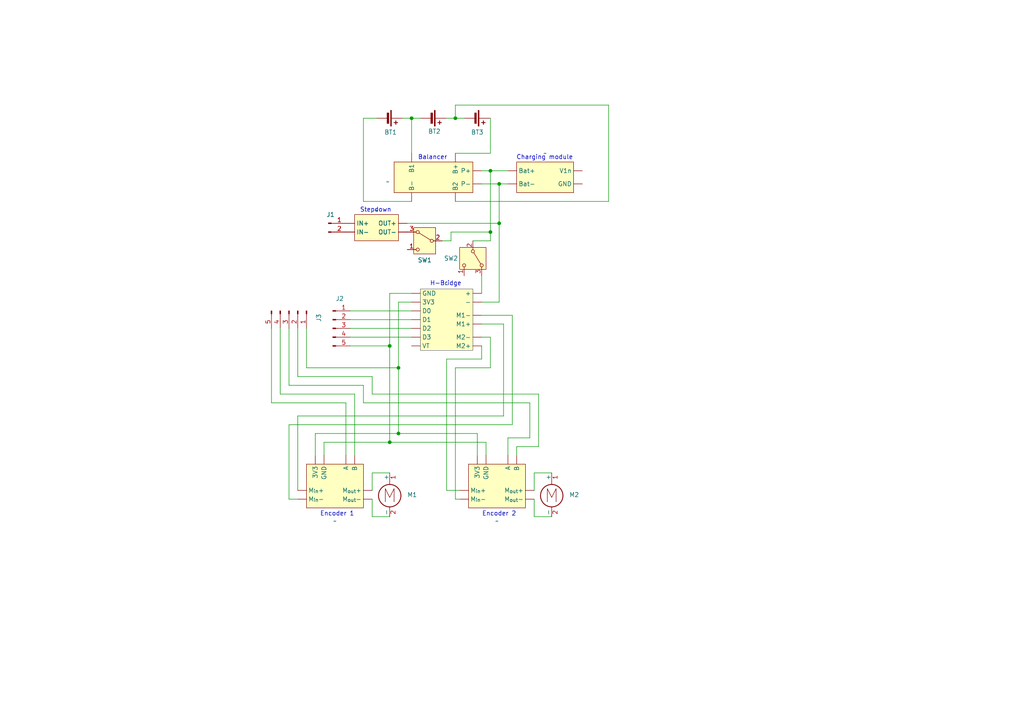
<source format=kicad_sch>
(kicad_sch (version 20250114) (generator "eeschema") (generator_version "9.0")
  (paper "A4")
  (lib_symbols
    (symbol "Connector:Conn_01x02_Pin" (pin_names (offset 1.016) (hide yes))
      (property "Reference" "J" (at 0 2.54 0))
      (property "Value" "Conn_01x02_Pin" (at 0 -5.08 0))
      (symbol "Conn_01x02_Pin_1_1"
        (rectangle (start 0.8636 0.127) (end 0 -0.127) (stroke (width 0.1524)) (fill (type outline)))
        (rectangle (start 0.8636 -2.413) (end 0 -2.667) (stroke (width 0.1524)) (fill (type outline)))
        (polyline (pts (xy 1.27 0) (xy 0.8636 0)) (stroke (width 0.1524)))
        (polyline (pts (xy 1.27 -2.54) (xy 0.8636 -2.54)) (stroke (width 0.1524)))
        (pin passive line (at 5.08 0 180) (length 3.81) (name "Pin_1") (number "1"))
        (pin passive line (at 5.08 -2.54 180) (length 3.81) (name "Pin_2") (number "2"))
      )
    )
    (symbol "Connector:Conn_01x05_Pin" (pin_names (offset 1.016) (hide yes))
      (property "Reference" "J" (at 0 7.62 0))
      (property "Value" "Conn_01x05_Pin" (at 0 -7.62 0))
      (symbol "Conn_01x05_Pin_1_1"
        (rectangle (start 0.8636 5.207) (end 0 4.953) (stroke (width 0.1524)) (fill (type outline)))
        (rectangle (start 0.8636 2.667) (end 0 2.413) (stroke (width 0.1524)) (fill (type outline)))
        (rectangle (start 0.8636 0.127) (end 0 -0.127) (stroke (width 0.1524)) (fill (type outline)))
        (rectangle (start 0.8636 -2.413) (end 0 -2.667) (stroke (width 0.1524)) (fill (type outline)))
        (rectangle (start 0.8636 -4.953) (end 0 -5.207) (stroke (width 0.1524)) (fill (type outline)))
        (polyline (pts (xy 1.27 5.08) (xy 0.8636 5.08)) (stroke (width 0.1524)))
        (polyline (pts (xy 1.27 2.54) (xy 0.8636 2.54)) (stroke (width 0.1524)))
        (polyline (pts (xy 1.27 0) (xy 0.8636 0)) (stroke (width 0.1524)))
        (polyline (pts (xy 1.27 -2.54) (xy 0.8636 -2.54)) (stroke (width 0.1524)))
        (polyline (pts (xy 1.27 -5.08) (xy 0.8636 -5.08)) (stroke (width 0.1524)))
        (pin passive line (at 5.08 5.08 180) (length 3.81) (name "Pin_1") (number "1"))
        (pin passive line (at 5.08 2.54 180) (length 3.81) (name "Pin_2") (number "2"))
        (pin passive line (at 5.08 0 180) (length 3.81) (name "Pin_3") (number "3"))
        (pin passive line (at 5.08 -2.54 180) (length 3.81) (name "Pin_4") (number "4"))
        (pin passive line (at 5.08 -5.08 180) (length 3.81) (name "Pin_5") (number "5"))
      )
    )
    (symbol "Device:Battery_Cell" (pin_numbers (hide yes)) (pin_names (offset 0) (hide yes))
      (property "Reference" "BT" (at 2.54 2.54 0))
      (property "Value" "Battery_Cell" (at 2.54 0 0))
      (symbol "Battery_Cell_0_1"
        (rectangle (start -2.286 1.778) (end 2.286 1.524) (fill (type outline)))
        (rectangle (start -1.524 1.016) (end 1.524 0.508) (fill (type outline)))
        (polyline (pts (xy 0 1.778) (xy 0 2.54)))
        (polyline (pts (xy 0 0.762) (xy 0 0)))
        (polyline (pts (xy 0.762 3.048) (xy 1.778 3.048)) (stroke (width 0.254)))
        (polyline (pts (xy 1.27 3.556) (xy 1.27 2.54)) (stroke (width 0.254)))
      )
      (symbol "Battery_Cell_1_1"
        (pin passive line (at 0 5.08 270) (length 2.54) (name "+") (number "1"))
        (pin passive line (at 0 -2.54 90) (length 2.54) (name "-") (number "2"))
      )
    )
    (symbol "Encoder_1"
      (property "Reference" "U" (at 0 0 0))
      (symbol "Encoder_1_1_1"
        (rectangle (start -7.62 6.35) (end 8.89 -6.35) (fill (type background)))
        (pin input line (at -10.16 -1.27 0) (length 2.54) (name "M_{in}+") (number ""))
        (pin input line (at -10.16 -3.81 0) (length 2.54) (name "M_{in}-") (number ""))
        (pin input line (at -5.08 8.89 270) (length 2.54) (name "3V3") (number ""))
        (pin input line (at -2.54 8.89 270) (length 2.54) (name "GND") (number ""))
        (pin input line (at 3.81 8.89 270) (length 2.54) (name "A") (number ""))
        (pin input line (at 6.35 8.89 270) (length 2.54) (name "B") (number ""))
        (pin output line (at 11.43 -1.27 180) (length 2.54) (name "M_{out}+") (number ""))
        (pin output line (at 11.43 -3.81 180) (length 2.54) (name "M_{out}-") (number ""))
      )
    )
    (symbol "Motor:Motor_DC" (pin_names (offset 0))
      (property "Reference" "M" (at 2.54 2.54 0))
      (property "Value" "Motor_DC" (at 2.54 -5.08 0))
      (symbol "Motor_DC_0_0"
        (polyline (pts (xy -1.27 -3.302) (xy -1.27 0.508) (xy 0 -2.032) (xy 1.27 0.508) (xy 1.27 -3.302)))
      )
      (symbol "Motor_DC_0_1"
        (polyline (pts (xy 0 2.032) (xy 0 2.54)))
        (polyline (pts (xy 0 1.7272) (xy 0 2.0828)))
        (circle (center 0 -1.524) (radius 3.2512) (stroke (width 0.254)))
        (polyline (pts (xy 0 -4.7752) (xy 0 -5.1816)))
        (polyline (pts (xy 0 -7.62) (xy 0 -7.112)))
      )
      (symbol "Motor_DC_1_1"
        (pin passive line (at 0 5.08 270) (length 2.54) (name "+") (number "1"))
        (pin passive line (at 0 -7.62 90) (length 2.54) (name "-") (number "2"))
      )
    )
    (symbol "New_Library:Balancer"
      (property "Reference" "Balancer" (at 0 0 0))
      (symbol "Balancer_1_1"
        (rectangle (start -11.43 5.08) (end 11.43 -3.81) (fill (type background)))
        (pin input line (at -6.35 7.62 270) (length 2.54) (name "B1") (number ""))
        (pin input line (at -6.35 -6.35 90) (length 2.54) (name "B-") (number ""))
        (pin input line (at 6.35 7.62 270) (length 2.54) (name "B+") (number ""))
        (pin input line (at 6.35 -6.35 90) (length 2.54) (name "B2") (number ""))
        (pin input line (at 13.97 2.54 180) (length 2.54) (name "P+") (number ""))
        (pin input line (at 13.97 -1.27 180) (length 2.54) (name "P-") (number ""))
      )
    )
    (symbol "New_Library:Charging_module"
      (symbol "Charging_module_1_1"
        (rectangle (start -7.62 5.08) (end 8.89 -3.81) (fill (type background)))
        (pin input line (at -10.16 2.54 0) (length 2.54) (name "GND") (number ""))
        (pin input line (at -10.16 -1.27 0) (length 2.54) (name "V1n") (number ""))
        (pin input line (at 11.43 2.54 180) (length 2.54) (name "Bat-") (number ""))
        (pin input line (at 11.43 -1.27 180) (length 2.54) (name "Bat+") (number ""))
      )
    )
    (symbol "New_Library:Encoder"
      (property "Reference" "U" (at 0 0 0))
      (symbol "Encoder_1_1"
        (rectangle (start -7.62 6.35) (end 8.89 -6.35) (fill (type background)))
        (pin input line (at -10.16 -1.27 0) (length 2.54) (name "M_{in}+") (number ""))
        (pin input line (at -10.16 -3.81 0) (length 2.54) (name "M_{in}-") (number ""))
        (pin input line (at -5.08 8.89 270) (length 2.54) (name "3V3") (number ""))
        (pin input line (at -2.54 8.89 270) (length 2.54) (name "GND") (number ""))
        (pin input line (at 3.81 8.89 270) (length 2.54) (name "A") (number ""))
        (pin input line (at 6.35 8.89 270) (length 2.54) (name "B") (number ""))
        (pin output line (at 11.43 -1.27 180) (length 2.54) (name "M_{out}+") (number ""))
        (pin output line (at 11.43 -3.81 180) (length 2.54) (name "M_{out}-") (number ""))
      )
    )
    (symbol "New_Library:H-Bridge"
      (property "Reference" "U" (at 0 0 0))
      (symbol "H-Bridge_1_1"
        (rectangle (start -7.62 8.89) (end 7.62 -8.89) (stroke (width 0) (color 112 112 112 1)) (fill (type background)))
        (pin input line (at -10.16 7.62 0) (length 2.54) (name "GND") (number ""))
        (pin input line (at -10.16 5.08 0) (length 2.54) (name "3V3") (number ""))
        (pin input line (at -10.16 2.54 0) (length 2.54) (name "D0") (number ""))
        (pin input line (at -10.16 0 0) (length 2.54) (name "D1") (number ""))
        (pin input line (at -10.16 -2.54 0) (length 2.54) (name "D2") (number ""))
        (pin input line (at -10.16 -5.08 0) (length 2.54) (name "D3") (number ""))
        (pin input line (at -10.16 -7.62 0) (length 2.54) (name "VT") (number ""))
        (pin input line (at 10.16 7.62 180) (length 2.54) (name "+") (number ""))
        (pin input line (at 10.16 5.08 180) (length 2.54) (name "-") (number ""))
        (pin input line (at 10.16 1.27 180) (length 2.54) (name "M1-") (number ""))
        (pin input line (at 10.16 -1.27 180) (length 2.54) (name "M1+") (number ""))
        (pin input line (at 10.16 -5.08 180) (length 2.54) (name "M2-") (number ""))
        (pin input line (at 10.16 -7.62 180) (length 2.54) (name "M2+") (number ""))
      )
    )
    (symbol "New_Library:Stepdown"
      (property "Reference" "U" (at 0 0 0))
      (symbol "Stepdown_1_1"
        (rectangle (start -6.35 3.81) (end 6.35 -3.81) (fill (type background)))
        (pin input line (at -8.89 1.27 0) (length 2.54) (name "OUT-") (number ""))
        (pin input line (at -8.89 -1.27 0) (length 2.54) (name "OUT+") (number ""))
        (pin input line (at 8.89 1.27 180) (length 2.54) (name "IN-") (number ""))
        (pin input line (at 8.89 -1.27 180) (length 2.54) (name "IN+") (number ""))
      )
    )
    (symbol "Switch:SW_Nidec_CAS-120A1" (pin_names (offset 1) (hide yes))
      (property "Reference" "SW" (at 0 4.318 0))
      (property "Value" "SW_Nidec_CAS-120A1" (at 0 -5.08 0))
      (symbol "SW_Nidec_CAS-120A1_0_1"
        (circle (center -2.032 0) (radius 0.4572))
        (polyline (pts (xy -1.651 0.254) (xy 1.651 2.286)))
        (circle (center 2.032 2.54) (radius 0.4572))
        (circle (center 2.032 -2.54) (radius 0.4572))
      )
      (symbol "SW_Nidec_CAS-120A1_1_1"
        (rectangle (start -3.175 3.81) (end 3.175 -3.81) (fill (type background)))
        (pin passive line (at -5.08 0 0) (length 2.54) (name "B") (number "2"))
        (pin passive line (at 5.08 2.54 180) (length 2.54) (name "A") (number "3"))
        (pin passive line (at 5.08 -2.54 180) (length 2.54) (name "C") (number "1"))
      )
    )
  )
  (text "Encoder 2\n" (at 144.78 149.098 0) (effects (font (size 1.27 1.27))))
  (text "Encoder 1" (at 97.79 149.098 0) (effects (font (size 1.27 1.27))))
  (text "Stepdown" (at 108.966 60.96 0) (effects (font (size 1.27 1.27))))
  (text "Charging module" (at 157.988 45.72 0) (effects (font (size 1.27 1.27))))
  (text "Balancer" (at 125.476 45.72 0) (effects (font (size 1.27 1.27))))
  (text "H-Bridge" (at 129.286 82.296 0) (effects (font (size 1.27 1.27))))
  (junction (at 142.24 49.53))
  (junction (at 113.03 100.33))
  (junction (at 144.78 64.77))
  (junction (at 142.24 67.31))
  (junction (at 144.78 53.34))
  (junction (at 132.08 34.29))
  (junction (at 113.03 128.27))
  (junction (at 119.38 34.29))
  (junction (at 115.57 106.68))
  (junction (at 115.57 125.73))
  (wire (pts (xy 113.03 128.27) (xy 140.97 128.27)))
  (wire (pts (xy 101.6 95.25) (xy 119.38 95.25)))
  (wire (pts (xy 86.36 120.65) (xy 86.36 142.24)))
  (wire (pts (xy 119.38 34.29) (xy 116.84 34.29)))
  (wire (pts (xy 146.05 93.98) (xy 146.05 120.65)))
  (wire (pts (xy 113.03 128.27) (xy 93.98 128.27)))
  (wire (pts (xy 132.08 144.78) (xy 133.35 144.78)))
  (wire (pts (xy 140.97 128.27) (xy 140.97 132.08)))
  (wire (pts (xy 105.41 111.76) (xy 83.82 111.76)))
  (wire (pts (xy 139.7 53.34) (xy 144.78 53.34)))
  (wire (pts (xy 142.24 97.79) (xy 142.24 106.68)))
  (wire (pts (xy 156.21 114.3) (xy 156.21 129.54)))
  (wire (pts (xy 129.54 34.29) (xy 132.08 34.29)))
  (wire (pts (xy 107.95 142.24) (xy 107.95 137.16)))
  (wire (pts (xy 144.78 64.77) (xy 144.78 87.63)))
  (wire (pts (xy 78.74 116.84) (xy 78.74 95.25)))
  (wire (pts (xy 148.59 91.44) (xy 148.59 123.19)))
  (wire (pts (xy 81.28 95.25) (xy 81.28 114.3)))
  (wire (pts (xy 153.67 116.84) (xy 105.41 116.84)))
  (wire (pts (xy 102.87 114.3) (xy 102.87 132.08)))
  (wire (pts (xy 115.57 125.73) (xy 91.44 125.73)))
  (wire (pts (xy 139.7 49.53) (xy 142.24 49.53)))
  (wire (pts (xy 130.81 67.31) (xy 130.81 69.85)))
  (wire (pts (xy 105.41 58.42) (xy 119.38 58.42)))
  (wire (pts (xy 83.82 123.19) (xy 83.82 144.78)))
  (wire (pts (xy 81.28 114.3) (xy 102.87 114.3)))
  (wire (pts (xy 107.95 137.16) (xy 113.03 137.16)))
  (wire (pts (xy 147.32 132.08) (xy 147.32 127)))
  (wire (pts (xy 142.24 34.29) (xy 142.24 44.45)))
  (wire (pts (xy 132.08 34.29) (xy 132.08 30.48)))
  (wire (pts (xy 154.94 144.78) (xy 154.94 149.86)))
  (wire (pts (xy 86.36 95.25) (xy 86.36 109.22)))
  (wire (pts (xy 139.7 93.98) (xy 146.05 93.98)))
  (wire (pts (xy 154.94 149.86) (xy 160.02 149.86)))
  (wire (pts (xy 139.7 97.79) (xy 142.24 97.79)))
  (wire (pts (xy 115.57 125.73) (xy 138.43 125.73)))
  (wire (pts (xy 132.08 30.48) (xy 176.53 30.48)))
  (wire (pts (xy 142.24 67.31) (xy 142.24 69.85)))
  (wire (pts (xy 149.86 129.54) (xy 149.86 132.08)))
  (wire (pts (xy 101.6 100.33) (xy 113.03 100.33)))
  (wire (pts (xy 115.57 106.68) (xy 88.9 106.68)))
  (wire (pts (xy 107.95 109.22) (xy 107.95 114.3)))
  (wire (pts (xy 113.03 85.09) (xy 113.03 100.33)))
  (wire (pts (xy 142.24 106.68) (xy 132.08 106.68)))
  (wire (pts (xy 105.41 116.84) (xy 105.41 111.76)))
  (wire (pts (xy 86.36 109.22) (xy 107.95 109.22)))
  (wire (pts (xy 139.7 91.44) (xy 148.59 91.44)))
  (wire (pts (xy 154.94 142.24) (xy 154.94 137.16)))
  (wire (pts (xy 107.95 114.3) (xy 156.21 114.3)))
  (wire (pts (xy 115.57 106.68) (xy 115.57 125.73)))
  (wire (pts (xy 154.94 137.16) (xy 160.02 137.16)))
  (wire (pts (xy 101.6 97.79) (xy 119.38 97.79)))
  (wire (pts (xy 107.95 149.86) (xy 107.95 144.78)))
  (wire (pts (xy 139.7 104.14) (xy 129.54 104.14)))
  (wire (pts (xy 115.57 87.63) (xy 115.57 106.68)))
  (wire (pts (xy 144.78 87.63) (xy 139.7 87.63)))
  (wire (pts (xy 130.81 69.85) (xy 128.27 69.85)))
  (wire (pts (xy 142.24 44.45) (xy 132.08 44.45)))
  (wire (pts (xy 109.22 34.29) (xy 105.41 34.29)))
  (wire (pts (xy 130.81 67.31) (xy 142.24 67.31)))
  (wire (pts (xy 129.54 142.24) (xy 133.35 142.24)))
  (wire (pts (xy 100.33 132.08) (xy 100.33 116.84)))
  (wire (pts (xy 144.78 53.34) (xy 144.78 64.77)))
  (wire (pts (xy 119.38 85.09) (xy 113.03 85.09)))
  (wire (pts (xy 105.41 34.29) (xy 105.41 58.42)))
  (wire (pts (xy 83.82 144.78) (xy 86.36 144.78)))
  (wire (pts (xy 129.54 104.14) (xy 129.54 142.24)))
  (wire (pts (xy 147.32 127) (xy 153.67 127)))
  (wire (pts (xy 121.92 34.29) (xy 119.38 34.29)))
  (wire (pts (xy 142.24 49.53) (xy 147.32 49.53)))
  (wire (pts (xy 153.67 116.84) (xy 153.67 127)))
  (wire (pts (xy 101.6 90.17) (xy 119.38 90.17)))
  (wire (pts (xy 132.08 106.68) (xy 132.08 144.78)))
  (wire (pts (xy 101.6 92.71) (xy 119.38 92.71)))
  (wire (pts (xy 113.03 149.86) (xy 107.95 149.86)))
  (wire (pts (xy 83.82 95.25) (xy 83.82 111.76)))
  (wire (pts (xy 91.44 125.73) (xy 91.44 132.08)))
  (wire (pts (xy 88.9 95.25) (xy 88.9 106.68)))
  (wire (pts (xy 137.16 69.85) (xy 142.24 69.85)))
  (wire (pts (xy 176.53 30.48) (xy 176.53 58.42)))
  (wire (pts (xy 139.7 80.01) (xy 139.7 85.09)))
  (wire (pts (xy 119.38 87.63) (xy 115.57 87.63)))
  (wire (pts (xy 156.21 129.54) (xy 149.86 129.54)))
  (wire (pts (xy 119.38 34.29) (xy 119.38 44.45)))
  (wire (pts (xy 118.11 64.77) (xy 144.78 64.77)))
  (wire (pts (xy 93.98 128.27) (xy 93.98 132.08)))
  (wire (pts (xy 142.24 49.53) (xy 142.24 67.31)))
  (wire (pts (xy 100.33 116.84) (xy 78.74 116.84)))
  (wire (pts (xy 144.78 53.34) (xy 147.32 53.34)))
  (wire (pts (xy 132.08 34.29) (xy 134.62 34.29)))
  (wire (pts (xy 132.08 58.42) (xy 176.53 58.42)))
  (wire (pts (xy 139.7 100.33) (xy 139.7 104.14)))
  (wire (pts (xy 138.43 125.73) (xy 138.43 132.08)))
  (wire (pts (xy 113.03 100.33) (xy 113.03 128.27)))
  (wire (pts (xy 86.36 120.65) (xy 146.05 120.65)))
  (wire (pts (xy 148.59 123.19) (xy 83.82 123.19)))
  (symbol (lib_id "Switch:SW_Nidec_CAS-120A1") (at 123.19 69.85 0) (mirror y) (unit 1)
    (property "Reference" "SW1" (at 123.19 75.438 0))
    (property "Value" "SW_Nidec_CAS-120A1" (effects (hide yes)))
    (property "Footprint" "Button_Switch_SMD:Nidec_Copal_CAS-120A" (effects (hide yes)))
    (property "Datasheet" "https://www.nidec-components.com/e/catalog/switch/cas.pdf" (effects (hide yes)))
    (property "Description" "Switch, single pole double throw" (effects (hide yes)))
  )
  (symbol (lib_id "Connector:Conn_01x02_Pin") (at 95.25 64.77 0) (unit 1)
    (property "Reference" "J1" (at 95.885 62.23 0))
    (property "Value" "Conn_01x02_Pin" (effects (hide yes)))
    (property "Description" "Generic connector, single row, 01x02, script generated" (effects (hide yes)))
  )
  (symbol (lib_id "New_Library:Balancer") (at 125.73 52.07 0) (unit 1)
    (property "Reference" "Balancer1" (effects (hide yes)))
    (property "Value" "~" (at 113.03 52.705 0) (effects (justify right)))
  )
  (symbol (lib_id "Motor:Motor_DC") (at 160.02 142.24 0) (unit 1)
    (property "Reference" "M2" (at 165.1 143.5099 0) (effects (justify left)))
    (property "Value" "Motor_DC" (effects (hide yes)))
    (property "Description" "DC Motor" (effects (hide yes)))
  )
  (symbol (lib_id "New_Library:Stepdown") (at 109.22 66.04 180) (unit 1)
    (property "Reference" "U3" (effects (hide yes)))
    (property "Value" "~" (at 109.22 60.96 0))
  )
  (symbol (lib_id "Device:Battery_Cell") (at 111.76 34.29 270) (unit 1)
    (property "Reference" "BT1" (at 113.284 38.354 90))
    (property "Value" "Battery_Cell" (effects (hide yes)))
    (property "Description" "Single-cell battery" (effects (hide yes)))
  )
  (symbol (lib_id "Connector:Conn_01x05_Pin") (at 96.52 95.25 0) (unit 1)
    (property "Reference" "J2" (at 98.552 86.614 0))
    (property "Value" "Conn_01x05_Pin" (effects (hide yes)))
    (property "Description" "Generic connector, single row, 01x05, script generated" (effects (hide yes)))
  )
  (symbol (lib_id "Device:Battery_Cell") (at 137.16 34.29 270) (unit 1)
    (property "Reference" "BT3" (at 138.43 38.354 90))
    (property "Value" "Battery_Cell" (effects (hide yes)))
    (property "Description" "Single-cell battery" (effects (hide yes)))
  )
  (symbol (lib_id "Connector:Conn_01x05_Pin") (at 83.82 90.17 270) (unit 1)
    (property "Reference" "J3" (at 92.456 92.202 0))
    (property "Value" "Conn_01x05_Pin" (effects (hide yes)))
    (property "Description" "Generic connector, single row, 01x05, script generated" (effects (hide yes)))
  )
  (symbol (lib_id "Device:Battery_Cell") (at 124.46 34.29 270) (unit 1)
    (property "Reference" "BT2" (at 125.984 38.1 90))
    (property "Value" "Battery_Cell" (effects (hide yes)))
    (property "Description" "Single-cell battery" (effects (hide yes)))
  )
  (symbol (lib_id "Motor:Motor_DC") (at 113.03 142.24 0) (unit 1)
    (property "Reference" "M1" (at 118.11 143.5099 0) (effects (justify left)))
    (property "Value" "Motor_DC" (effects (hide yes)))
    (property "Description" "DC Motor" (effects (hide yes)))
  )
  (symbol (lib_id "New_Library:Encoder") (at 96.52 140.97 0) (unit 1)
    (property "Reference" "U4" (effects (hide yes)))
    (property "Value" "~" (at 97.155 151.13 0))
  )
  (symbol (lib_name "Encoder_1") (lib_id "New_Library:Encoder") (at 143.51 140.97 0) (unit 1)
    (property "Reference" "U5" (effects (hide yes)))
    (property "Value" "~" (at 144.145 151.13 0))
  )
  (symbol (lib_id "New_Library:Charging_module") (at 158.75 50.8 180) (unit 1)
    (property "Reference" "U1" (effects (hide yes)))
    (property "Value" "~" (at 158.115 44.45 0))
  )
  (symbol (lib_id "New_Library:H-Bridge") (at 129.54 92.71 0) (unit 1)
    (property "Reference" "U2" (effects (hide yes)))
    (property "Value" "~" (at 129.54 82.55 0))
  )
  (symbol (lib_id "Switch:SW_Nidec_CAS-120A1") (at 137.16 74.93 270) (unit 1)
    (property "Reference" "SW2" (at 130.81 74.93 90))
    (property "Value" "SW_Nidec_CAS-120A1" (effects (hide yes)))
    (property "Footprint" "Button_Switch_SMD:Nidec_Copal_CAS-120A" (effects (hide yes)))
    (property "Datasheet" "https://www.nidec-components.com/e/catalog/switch/cas.pdf" (effects (hide yes)))
    (property "Description" "Switch, single pole double throw" (effects (hide yes)))
  )
)
</source>
